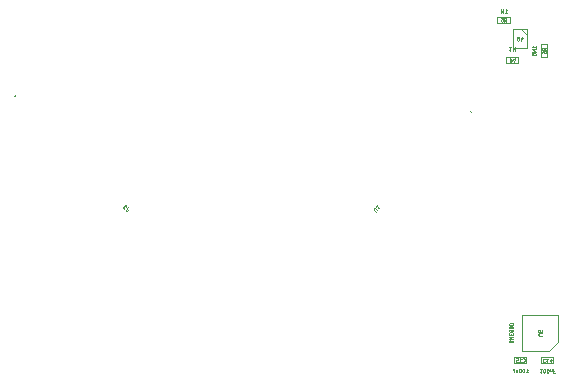
<source format=gbr>
%TF.GenerationSoftware,KiCad,Pcbnew,8.0.2-1*%
%TF.CreationDate,2025-01-23T13:43:47+09:00*%
%TF.ProjectId,gas_nrf52832,6761735f-6e72-4663-9532-3833322e6b69,rev?*%
%TF.SameCoordinates,Original*%
%TF.FileFunction,AssemblyDrawing,Bot*%
%FSLAX46Y46*%
G04 Gerber Fmt 4.6, Leading zero omitted, Abs format (unit mm)*
G04 Created by KiCad (PCBNEW 8.0.2-1) date 2025-01-23 13:43:47*
%MOMM*%
%LPD*%
G01*
G04 APERTURE LIST*
%ADD10C,0.060000*%
%ADD11C,0.100000*%
G04 APERTURE END LIST*
D10*
X152029713Y-104555665D02*
X152201142Y-104555665D01*
X152115427Y-104555665D02*
X152115427Y-104255665D01*
X152115427Y-104255665D02*
X152143999Y-104298522D01*
X152143999Y-104298522D02*
X152172570Y-104327094D01*
X152172570Y-104327094D02*
X152201142Y-104341380D01*
X151901142Y-104555665D02*
X151901142Y-104255665D01*
X151901142Y-104255665D02*
X151801142Y-104469951D01*
X151801142Y-104469951D02*
X151701142Y-104255665D01*
X151701142Y-104255665D02*
X151701142Y-104555665D01*
X151993999Y-105290665D02*
X152093999Y-105147808D01*
X152165428Y-105290665D02*
X152165428Y-104990665D01*
X152165428Y-104990665D02*
X152051142Y-104990665D01*
X152051142Y-104990665D02*
X152022571Y-105004951D01*
X152022571Y-105004951D02*
X152008285Y-105019237D01*
X152008285Y-105019237D02*
X151993999Y-105047808D01*
X151993999Y-105047808D02*
X151993999Y-105090665D01*
X151993999Y-105090665D02*
X152008285Y-105119237D01*
X152008285Y-105119237D02*
X152022571Y-105133522D01*
X152022571Y-105133522D02*
X152051142Y-105147808D01*
X152051142Y-105147808D02*
X152165428Y-105147808D01*
X151722571Y-104990665D02*
X151865428Y-104990665D01*
X151865428Y-104990665D02*
X151879714Y-105133522D01*
X151879714Y-105133522D02*
X151865428Y-105119237D01*
X151865428Y-105119237D02*
X151836857Y-105104951D01*
X151836857Y-105104951D02*
X151765428Y-105104951D01*
X151765428Y-105104951D02*
X151736857Y-105119237D01*
X151736857Y-105119237D02*
X151722571Y-105133522D01*
X151722571Y-105133522D02*
X151708285Y-105162094D01*
X151708285Y-105162094D02*
X151708285Y-105233522D01*
X151708285Y-105233522D02*
X151722571Y-105262094D01*
X151722571Y-105262094D02*
X151736857Y-105276380D01*
X151736857Y-105276380D02*
X151765428Y-105290665D01*
X151765428Y-105290665D02*
X151836857Y-105290665D01*
X151836857Y-105290665D02*
X151865428Y-105276380D01*
X151865428Y-105276380D02*
X151879714Y-105262094D01*
X153271428Y-106565762D02*
X153242857Y-106580048D01*
X153242857Y-106580048D02*
X153214285Y-106608620D01*
X153214285Y-106608620D02*
X153171428Y-106651477D01*
X153171428Y-106651477D02*
X153142857Y-106665762D01*
X153142857Y-106665762D02*
X153114285Y-106665762D01*
X153128571Y-106594334D02*
X153100000Y-106608620D01*
X153100000Y-106608620D02*
X153071428Y-106637191D01*
X153071428Y-106637191D02*
X153057142Y-106694334D01*
X153057142Y-106694334D02*
X153057142Y-106794334D01*
X153057142Y-106794334D02*
X153071428Y-106851477D01*
X153071428Y-106851477D02*
X153100000Y-106880048D01*
X153100000Y-106880048D02*
X153128571Y-106894334D01*
X153128571Y-106894334D02*
X153185714Y-106894334D01*
X153185714Y-106894334D02*
X153214285Y-106880048D01*
X153214285Y-106880048D02*
X153242857Y-106851477D01*
X153242857Y-106851477D02*
X153257142Y-106794334D01*
X153257142Y-106794334D02*
X153257142Y-106694334D01*
X153257142Y-106694334D02*
X153242857Y-106637191D01*
X153242857Y-106637191D02*
X153214285Y-106608620D01*
X153214285Y-106608620D02*
X153185714Y-106594334D01*
X153185714Y-106594334D02*
X153128571Y-106594334D01*
X153514286Y-106794334D02*
X153514286Y-106594334D01*
X153442857Y-106908620D02*
X153371428Y-106694334D01*
X153371428Y-106694334D02*
X153557143Y-106694334D01*
X152578977Y-132354285D02*
X152564691Y-132311428D01*
X152564691Y-132311428D02*
X152550405Y-132297142D01*
X152550405Y-132297142D02*
X152521834Y-132282856D01*
X152521834Y-132282856D02*
X152478977Y-132282856D01*
X152478977Y-132282856D02*
X152450405Y-132297142D01*
X152450405Y-132297142D02*
X152436120Y-132311428D01*
X152436120Y-132311428D02*
X152421834Y-132339999D01*
X152421834Y-132339999D02*
X152421834Y-132454285D01*
X152421834Y-132454285D02*
X152721834Y-132454285D01*
X152721834Y-132454285D02*
X152721834Y-132354285D01*
X152721834Y-132354285D02*
X152707548Y-132325714D01*
X152707548Y-132325714D02*
X152693262Y-132311428D01*
X152693262Y-132311428D02*
X152664691Y-132297142D01*
X152664691Y-132297142D02*
X152636120Y-132297142D01*
X152636120Y-132297142D02*
X152607548Y-132311428D01*
X152607548Y-132311428D02*
X152593262Y-132325714D01*
X152593262Y-132325714D02*
X152578977Y-132354285D01*
X152578977Y-132354285D02*
X152578977Y-132454285D01*
X152421834Y-132154285D02*
X152721834Y-132154285D01*
X152721834Y-132154285D02*
X152507548Y-132054285D01*
X152507548Y-132054285D02*
X152721834Y-131954285D01*
X152721834Y-131954285D02*
X152421834Y-131954285D01*
X152578977Y-131811428D02*
X152578977Y-131711428D01*
X152421834Y-131668571D02*
X152421834Y-131811428D01*
X152421834Y-131811428D02*
X152721834Y-131811428D01*
X152721834Y-131811428D02*
X152721834Y-131668571D01*
X152721834Y-131411428D02*
X152721834Y-131468570D01*
X152721834Y-131468570D02*
X152707548Y-131497142D01*
X152707548Y-131497142D02*
X152693262Y-131511428D01*
X152693262Y-131511428D02*
X152650405Y-131539999D01*
X152650405Y-131539999D02*
X152593262Y-131554285D01*
X152593262Y-131554285D02*
X152478977Y-131554285D01*
X152478977Y-131554285D02*
X152450405Y-131539999D01*
X152450405Y-131539999D02*
X152436120Y-131525713D01*
X152436120Y-131525713D02*
X152421834Y-131497142D01*
X152421834Y-131497142D02*
X152421834Y-131439999D01*
X152421834Y-131439999D02*
X152436120Y-131411428D01*
X152436120Y-131411428D02*
X152450405Y-131397142D01*
X152450405Y-131397142D02*
X152478977Y-131382856D01*
X152478977Y-131382856D02*
X152550405Y-131382856D01*
X152550405Y-131382856D02*
X152578977Y-131397142D01*
X152578977Y-131397142D02*
X152593262Y-131411428D01*
X152593262Y-131411428D02*
X152607548Y-131439999D01*
X152607548Y-131439999D02*
X152607548Y-131497142D01*
X152607548Y-131497142D02*
X152593262Y-131525713D01*
X152593262Y-131525713D02*
X152578977Y-131539999D01*
X152578977Y-131539999D02*
X152550405Y-131554285D01*
X152593262Y-131211428D02*
X152607548Y-131239999D01*
X152607548Y-131239999D02*
X152621834Y-131254285D01*
X152621834Y-131254285D02*
X152650405Y-131268571D01*
X152650405Y-131268571D02*
X152664691Y-131268571D01*
X152664691Y-131268571D02*
X152693262Y-131254285D01*
X152693262Y-131254285D02*
X152707548Y-131239999D01*
X152707548Y-131239999D02*
X152721834Y-131211428D01*
X152721834Y-131211428D02*
X152721834Y-131154285D01*
X152721834Y-131154285D02*
X152707548Y-131125714D01*
X152707548Y-131125714D02*
X152693262Y-131111428D01*
X152693262Y-131111428D02*
X152664691Y-131097142D01*
X152664691Y-131097142D02*
X152650405Y-131097142D01*
X152650405Y-131097142D02*
X152621834Y-131111428D01*
X152621834Y-131111428D02*
X152607548Y-131125714D01*
X152607548Y-131125714D02*
X152593262Y-131154285D01*
X152593262Y-131154285D02*
X152593262Y-131211428D01*
X152593262Y-131211428D02*
X152578977Y-131239999D01*
X152578977Y-131239999D02*
X152564691Y-131254285D01*
X152564691Y-131254285D02*
X152536120Y-131268571D01*
X152536120Y-131268571D02*
X152478977Y-131268571D01*
X152478977Y-131268571D02*
X152450405Y-131254285D01*
X152450405Y-131254285D02*
X152436120Y-131239999D01*
X152436120Y-131239999D02*
X152421834Y-131211428D01*
X152421834Y-131211428D02*
X152421834Y-131154285D01*
X152421834Y-131154285D02*
X152436120Y-131125714D01*
X152436120Y-131125714D02*
X152450405Y-131111428D01*
X152450405Y-131111428D02*
X152478977Y-131097142D01*
X152478977Y-131097142D02*
X152536120Y-131097142D01*
X152536120Y-131097142D02*
X152564691Y-131111428D01*
X152564691Y-131111428D02*
X152578977Y-131125714D01*
X152578977Y-131125714D02*
X152593262Y-131154285D01*
X152721834Y-130911428D02*
X152721834Y-130882857D01*
X152721834Y-130882857D02*
X152707548Y-130854285D01*
X152707548Y-130854285D02*
X152693262Y-130840000D01*
X152693262Y-130840000D02*
X152664691Y-130825714D01*
X152664691Y-130825714D02*
X152607548Y-130811428D01*
X152607548Y-130811428D02*
X152536120Y-130811428D01*
X152536120Y-130811428D02*
X152478977Y-130825714D01*
X152478977Y-130825714D02*
X152450405Y-130840000D01*
X152450405Y-130840000D02*
X152436120Y-130854285D01*
X152436120Y-130854285D02*
X152421834Y-130882857D01*
X152421834Y-130882857D02*
X152421834Y-130911428D01*
X152421834Y-130911428D02*
X152436120Y-130940000D01*
X152436120Y-130940000D02*
X152450405Y-130954285D01*
X152450405Y-130954285D02*
X152478977Y-130968571D01*
X152478977Y-130968571D02*
X152536120Y-130982857D01*
X152536120Y-130982857D02*
X152607548Y-130982857D01*
X152607548Y-130982857D02*
X152664691Y-130968571D01*
X152664691Y-130968571D02*
X152693262Y-130954285D01*
X152693262Y-130954285D02*
X152707548Y-130940000D01*
X152707548Y-130940000D02*
X152721834Y-130911428D01*
X155171834Y-131868571D02*
X154928977Y-131868571D01*
X154928977Y-131868571D02*
X154900405Y-131854285D01*
X154900405Y-131854285D02*
X154886120Y-131840000D01*
X154886120Y-131840000D02*
X154871834Y-131811428D01*
X154871834Y-131811428D02*
X154871834Y-131754285D01*
X154871834Y-131754285D02*
X154886120Y-131725714D01*
X154886120Y-131725714D02*
X154900405Y-131711428D01*
X154900405Y-131711428D02*
X154928977Y-131697142D01*
X154928977Y-131697142D02*
X155171834Y-131697142D01*
X155171834Y-131411428D02*
X155171834Y-131554285D01*
X155171834Y-131554285D02*
X155028977Y-131568571D01*
X155028977Y-131568571D02*
X155043262Y-131554285D01*
X155043262Y-131554285D02*
X155057548Y-131525714D01*
X155057548Y-131525714D02*
X155057548Y-131454285D01*
X155057548Y-131454285D02*
X155043262Y-131425714D01*
X155043262Y-131425714D02*
X155028977Y-131411428D01*
X155028977Y-131411428D02*
X155000405Y-131397142D01*
X155000405Y-131397142D02*
X154928977Y-131397142D01*
X154928977Y-131397142D02*
X154900405Y-131411428D01*
X154900405Y-131411428D02*
X154886120Y-131425714D01*
X154886120Y-131425714D02*
X154871834Y-131454285D01*
X154871834Y-131454285D02*
X154871834Y-131525714D01*
X154871834Y-131525714D02*
X154886120Y-131554285D01*
X154886120Y-131554285D02*
X154900405Y-131568571D01*
X152574286Y-107444334D02*
X152402857Y-107444334D01*
X152488572Y-107444334D02*
X152488572Y-107744334D01*
X152488572Y-107744334D02*
X152460000Y-107701477D01*
X152460000Y-107701477D02*
X152431429Y-107672905D01*
X152431429Y-107672905D02*
X152402857Y-107658620D01*
X152702857Y-107444334D02*
X152702857Y-107744334D01*
X152702857Y-107744334D02*
X152802857Y-107530048D01*
X152802857Y-107530048D02*
X152902857Y-107744334D01*
X152902857Y-107744334D02*
X152902857Y-107444334D01*
X152610000Y-108384334D02*
X152510000Y-108527191D01*
X152438571Y-108384334D02*
X152438571Y-108684334D01*
X152438571Y-108684334D02*
X152552857Y-108684334D01*
X152552857Y-108684334D02*
X152581428Y-108670048D01*
X152581428Y-108670048D02*
X152595714Y-108655762D01*
X152595714Y-108655762D02*
X152610000Y-108627191D01*
X152610000Y-108627191D02*
X152610000Y-108584334D01*
X152610000Y-108584334D02*
X152595714Y-108555762D01*
X152595714Y-108555762D02*
X152581428Y-108541477D01*
X152581428Y-108541477D02*
X152552857Y-108527191D01*
X152552857Y-108527191D02*
X152438571Y-108527191D01*
X152867143Y-108584334D02*
X152867143Y-108384334D01*
X152795714Y-108698620D02*
X152724285Y-108484334D01*
X152724285Y-108484334D02*
X152910000Y-108484334D01*
X110483084Y-111594201D02*
X110503287Y-111594201D01*
X110503287Y-111594201D02*
X110533592Y-111584100D01*
X110533592Y-111584100D02*
X110553795Y-111523490D01*
X110553795Y-111523490D02*
X110584099Y-111513389D01*
X110584099Y-111513389D02*
X110604302Y-111513389D01*
X120242471Y-121151488D02*
X120070745Y-121323214D01*
X120070745Y-121323214D02*
X120040440Y-121333315D01*
X120040440Y-121333315D02*
X120020237Y-121333315D01*
X120020237Y-121333315D02*
X119989933Y-121323214D01*
X119989933Y-121323214D02*
X119949527Y-121282808D01*
X119949527Y-121282808D02*
X119939425Y-121252503D01*
X119939425Y-121252503D02*
X119939425Y-121232300D01*
X119939425Y-121232300D02*
X119949527Y-121201996D01*
X119949527Y-121201996D02*
X120121252Y-121030270D01*
X120010136Y-120959559D02*
X120010136Y-120939356D01*
X120010136Y-120939356D02*
X120000034Y-120909051D01*
X120000034Y-120909051D02*
X119949526Y-120858544D01*
X119949526Y-120858544D02*
X119919222Y-120848442D01*
X119919222Y-120848442D02*
X119899019Y-120848442D01*
X119899019Y-120848442D02*
X119868714Y-120858544D01*
X119868714Y-120858544D02*
X119848511Y-120878747D01*
X119848511Y-120878747D02*
X119828308Y-120919153D01*
X119828308Y-120919153D02*
X119828308Y-121161589D01*
X119828308Y-121161589D02*
X119696988Y-121030270D01*
X155175714Y-134704334D02*
X155004285Y-134704334D01*
X155090000Y-134704334D02*
X155090000Y-135004334D01*
X155090000Y-135004334D02*
X155061428Y-134961477D01*
X155061428Y-134961477D02*
X155032857Y-134932905D01*
X155032857Y-134932905D02*
X155004285Y-134918620D01*
X155361428Y-135004334D02*
X155389999Y-135004334D01*
X155389999Y-135004334D02*
X155418571Y-134990048D01*
X155418571Y-134990048D02*
X155432857Y-134975762D01*
X155432857Y-134975762D02*
X155447142Y-134947191D01*
X155447142Y-134947191D02*
X155461428Y-134890048D01*
X155461428Y-134890048D02*
X155461428Y-134818620D01*
X155461428Y-134818620D02*
X155447142Y-134761477D01*
X155447142Y-134761477D02*
X155432857Y-134732905D01*
X155432857Y-134732905D02*
X155418571Y-134718620D01*
X155418571Y-134718620D02*
X155389999Y-134704334D01*
X155389999Y-134704334D02*
X155361428Y-134704334D01*
X155361428Y-134704334D02*
X155332857Y-134718620D01*
X155332857Y-134718620D02*
X155318571Y-134732905D01*
X155318571Y-134732905D02*
X155304285Y-134761477D01*
X155304285Y-134761477D02*
X155289999Y-134818620D01*
X155289999Y-134818620D02*
X155289999Y-134890048D01*
X155289999Y-134890048D02*
X155304285Y-134947191D01*
X155304285Y-134947191D02*
X155318571Y-134975762D01*
X155318571Y-134975762D02*
X155332857Y-134990048D01*
X155332857Y-134990048D02*
X155361428Y-135004334D01*
X155647142Y-135004334D02*
X155675713Y-135004334D01*
X155675713Y-135004334D02*
X155704285Y-134990048D01*
X155704285Y-134990048D02*
X155718571Y-134975762D01*
X155718571Y-134975762D02*
X155732856Y-134947191D01*
X155732856Y-134947191D02*
X155747142Y-134890048D01*
X155747142Y-134890048D02*
X155747142Y-134818620D01*
X155747142Y-134818620D02*
X155732856Y-134761477D01*
X155732856Y-134761477D02*
X155718571Y-134732905D01*
X155718571Y-134732905D02*
X155704285Y-134718620D01*
X155704285Y-134718620D02*
X155675713Y-134704334D01*
X155675713Y-134704334D02*
X155647142Y-134704334D01*
X155647142Y-134704334D02*
X155618571Y-134718620D01*
X155618571Y-134718620D02*
X155604285Y-134732905D01*
X155604285Y-134732905D02*
X155589999Y-134761477D01*
X155589999Y-134761477D02*
X155575713Y-134818620D01*
X155575713Y-134818620D02*
X155575713Y-134890048D01*
X155575713Y-134890048D02*
X155589999Y-134947191D01*
X155589999Y-134947191D02*
X155604285Y-134975762D01*
X155604285Y-134975762D02*
X155618571Y-134990048D01*
X155618571Y-134990048D02*
X155647142Y-135004334D01*
X155875713Y-134904334D02*
X155875713Y-134704334D01*
X155875713Y-134875762D02*
X155889999Y-134890048D01*
X155889999Y-134890048D02*
X155918570Y-134904334D01*
X155918570Y-134904334D02*
X155961427Y-134904334D01*
X155961427Y-134904334D02*
X155989999Y-134890048D01*
X155989999Y-134890048D02*
X156004285Y-134861477D01*
X156004285Y-134861477D02*
X156004285Y-134704334D01*
X156247142Y-134861477D02*
X156147142Y-134861477D01*
X156147142Y-134704334D02*
X156147142Y-135004334D01*
X156147142Y-135004334D02*
X156289999Y-135004334D01*
X155447143Y-133857905D02*
X155432857Y-133843620D01*
X155432857Y-133843620D02*
X155390000Y-133829334D01*
X155390000Y-133829334D02*
X155361428Y-133829334D01*
X155361428Y-133829334D02*
X155318571Y-133843620D01*
X155318571Y-133843620D02*
X155290000Y-133872191D01*
X155290000Y-133872191D02*
X155275714Y-133900762D01*
X155275714Y-133900762D02*
X155261428Y-133957905D01*
X155261428Y-133957905D02*
X155261428Y-134000762D01*
X155261428Y-134000762D02*
X155275714Y-134057905D01*
X155275714Y-134057905D02*
X155290000Y-134086477D01*
X155290000Y-134086477D02*
X155318571Y-134115048D01*
X155318571Y-134115048D02*
X155361428Y-134129334D01*
X155361428Y-134129334D02*
X155390000Y-134129334D01*
X155390000Y-134129334D02*
X155432857Y-134115048D01*
X155432857Y-134115048D02*
X155447143Y-134100762D01*
X155732857Y-133829334D02*
X155561428Y-133829334D01*
X155647143Y-133829334D02*
X155647143Y-134129334D01*
X155647143Y-134129334D02*
X155618571Y-134086477D01*
X155618571Y-134086477D02*
X155590000Y-134057905D01*
X155590000Y-134057905D02*
X155561428Y-134043620D01*
X155990000Y-134029334D02*
X155990000Y-133829334D01*
X155918571Y-134143620D02*
X155847142Y-133929334D01*
X155847142Y-133929334D02*
X156032857Y-133929334D01*
X154650665Y-107511429D02*
X154650665Y-107340000D01*
X154650665Y-107425715D02*
X154350665Y-107425715D01*
X154350665Y-107425715D02*
X154393522Y-107397143D01*
X154393522Y-107397143D02*
X154422094Y-107368572D01*
X154422094Y-107368572D02*
X154436380Y-107340000D01*
X154650665Y-107640000D02*
X154350665Y-107640000D01*
X154350665Y-107640000D02*
X154564951Y-107740000D01*
X154564951Y-107740000D02*
X154350665Y-107840000D01*
X154350665Y-107840000D02*
X154650665Y-107840000D01*
X154350665Y-108125714D02*
X154350665Y-107982857D01*
X154350665Y-107982857D02*
X154493522Y-107968571D01*
X154493522Y-107968571D02*
X154479237Y-107982857D01*
X154479237Y-107982857D02*
X154464951Y-108011429D01*
X154464951Y-108011429D02*
X154464951Y-108082857D01*
X154464951Y-108082857D02*
X154479237Y-108111429D01*
X154479237Y-108111429D02*
X154493522Y-108125714D01*
X154493522Y-108125714D02*
X154522094Y-108140000D01*
X154522094Y-108140000D02*
X154593522Y-108140000D01*
X154593522Y-108140000D02*
X154622094Y-108125714D01*
X154622094Y-108125714D02*
X154636380Y-108111429D01*
X154636380Y-108111429D02*
X154650665Y-108082857D01*
X154650665Y-108082857D02*
X154650665Y-108011429D01*
X154650665Y-108011429D02*
X154636380Y-107982857D01*
X154636380Y-107982857D02*
X154622094Y-107968571D01*
X155515665Y-107690000D02*
X155372808Y-107590000D01*
X155515665Y-107518571D02*
X155215665Y-107518571D01*
X155215665Y-107518571D02*
X155215665Y-107632857D01*
X155215665Y-107632857D02*
X155229951Y-107661428D01*
X155229951Y-107661428D02*
X155244237Y-107675714D01*
X155244237Y-107675714D02*
X155272808Y-107690000D01*
X155272808Y-107690000D02*
X155315665Y-107690000D01*
X155315665Y-107690000D02*
X155344237Y-107675714D01*
X155344237Y-107675714D02*
X155358522Y-107661428D01*
X155358522Y-107661428D02*
X155372808Y-107632857D01*
X155372808Y-107632857D02*
X155372808Y-107518571D01*
X155215665Y-107947143D02*
X155215665Y-107890000D01*
X155215665Y-107890000D02*
X155229951Y-107861428D01*
X155229951Y-107861428D02*
X155244237Y-107847143D01*
X155244237Y-107847143D02*
X155287094Y-107818571D01*
X155287094Y-107818571D02*
X155344237Y-107804285D01*
X155344237Y-107804285D02*
X155458522Y-107804285D01*
X155458522Y-107804285D02*
X155487094Y-107818571D01*
X155487094Y-107818571D02*
X155501380Y-107832857D01*
X155501380Y-107832857D02*
X155515665Y-107861428D01*
X155515665Y-107861428D02*
X155515665Y-107918571D01*
X155515665Y-107918571D02*
X155501380Y-107947143D01*
X155501380Y-107947143D02*
X155487094Y-107961428D01*
X155487094Y-107961428D02*
X155458522Y-107975714D01*
X155458522Y-107975714D02*
X155387094Y-107975714D01*
X155387094Y-107975714D02*
X155358522Y-107961428D01*
X155358522Y-107961428D02*
X155344237Y-107947143D01*
X155344237Y-107947143D02*
X155329951Y-107918571D01*
X155329951Y-107918571D02*
X155329951Y-107861428D01*
X155329951Y-107861428D02*
X155344237Y-107832857D01*
X155344237Y-107832857D02*
X155358522Y-107818571D01*
X155358522Y-107818571D02*
X155387094Y-107804285D01*
X153814285Y-134975665D02*
X153985714Y-134975665D01*
X153899999Y-134975665D02*
X153899999Y-134675665D01*
X153899999Y-134675665D02*
X153928571Y-134718522D01*
X153928571Y-134718522D02*
X153957142Y-134747094D01*
X153957142Y-134747094D02*
X153985714Y-134761380D01*
X153628571Y-134675665D02*
X153600000Y-134675665D01*
X153600000Y-134675665D02*
X153571428Y-134689951D01*
X153571428Y-134689951D02*
X153557143Y-134704237D01*
X153557143Y-134704237D02*
X153542857Y-134732808D01*
X153542857Y-134732808D02*
X153528571Y-134789951D01*
X153528571Y-134789951D02*
X153528571Y-134861380D01*
X153528571Y-134861380D02*
X153542857Y-134918522D01*
X153542857Y-134918522D02*
X153557143Y-134947094D01*
X153557143Y-134947094D02*
X153571428Y-134961380D01*
X153571428Y-134961380D02*
X153600000Y-134975665D01*
X153600000Y-134975665D02*
X153628571Y-134975665D01*
X153628571Y-134975665D02*
X153657143Y-134961380D01*
X153657143Y-134961380D02*
X153671428Y-134947094D01*
X153671428Y-134947094D02*
X153685714Y-134918522D01*
X153685714Y-134918522D02*
X153700000Y-134861380D01*
X153700000Y-134861380D02*
X153700000Y-134789951D01*
X153700000Y-134789951D02*
X153685714Y-134732808D01*
X153685714Y-134732808D02*
X153671428Y-134704237D01*
X153671428Y-134704237D02*
X153657143Y-134689951D01*
X153657143Y-134689951D02*
X153628571Y-134675665D01*
X153342857Y-134675665D02*
X153314286Y-134675665D01*
X153314286Y-134675665D02*
X153285714Y-134689951D01*
X153285714Y-134689951D02*
X153271429Y-134704237D01*
X153271429Y-134704237D02*
X153257143Y-134732808D01*
X153257143Y-134732808D02*
X153242857Y-134789951D01*
X153242857Y-134789951D02*
X153242857Y-134861380D01*
X153242857Y-134861380D02*
X153257143Y-134918522D01*
X153257143Y-134918522D02*
X153271429Y-134947094D01*
X153271429Y-134947094D02*
X153285714Y-134961380D01*
X153285714Y-134961380D02*
X153314286Y-134975665D01*
X153314286Y-134975665D02*
X153342857Y-134975665D01*
X153342857Y-134975665D02*
X153371429Y-134961380D01*
X153371429Y-134961380D02*
X153385714Y-134947094D01*
X153385714Y-134947094D02*
X153400000Y-134918522D01*
X153400000Y-134918522D02*
X153414286Y-134861380D01*
X153414286Y-134861380D02*
X153414286Y-134789951D01*
X153414286Y-134789951D02*
X153400000Y-134732808D01*
X153400000Y-134732808D02*
X153385714Y-134704237D01*
X153385714Y-134704237D02*
X153371429Y-134689951D01*
X153371429Y-134689951D02*
X153342857Y-134675665D01*
X153114286Y-134775665D02*
X153114286Y-134975665D01*
X153114286Y-134804237D02*
X153100000Y-134789951D01*
X153100000Y-134789951D02*
X153071429Y-134775665D01*
X153071429Y-134775665D02*
X153028572Y-134775665D01*
X153028572Y-134775665D02*
X153000000Y-134789951D01*
X153000000Y-134789951D02*
X152985715Y-134818522D01*
X152985715Y-134818522D02*
X152985715Y-134975665D01*
X152742857Y-134818522D02*
X152842857Y-134818522D01*
X152842857Y-134975665D02*
X152842857Y-134675665D01*
X152842857Y-134675665D02*
X152700000Y-134675665D01*
X153537856Y-134072094D02*
X153552142Y-134086380D01*
X153552142Y-134086380D02*
X153594999Y-134100665D01*
X153594999Y-134100665D02*
X153623571Y-134100665D01*
X153623571Y-134100665D02*
X153666428Y-134086380D01*
X153666428Y-134086380D02*
X153694999Y-134057808D01*
X153694999Y-134057808D02*
X153709285Y-134029237D01*
X153709285Y-134029237D02*
X153723571Y-133972094D01*
X153723571Y-133972094D02*
X153723571Y-133929237D01*
X153723571Y-133929237D02*
X153709285Y-133872094D01*
X153709285Y-133872094D02*
X153694999Y-133843522D01*
X153694999Y-133843522D02*
X153666428Y-133814951D01*
X153666428Y-133814951D02*
X153623571Y-133800665D01*
X153623571Y-133800665D02*
X153594999Y-133800665D01*
X153594999Y-133800665D02*
X153552142Y-133814951D01*
X153552142Y-133814951D02*
X153537856Y-133829237D01*
X153252142Y-134100665D02*
X153423571Y-134100665D01*
X153337856Y-134100665D02*
X153337856Y-133800665D01*
X153337856Y-133800665D02*
X153366428Y-133843522D01*
X153366428Y-133843522D02*
X153394999Y-133872094D01*
X153394999Y-133872094D02*
X153423571Y-133886380D01*
X152980714Y-133800665D02*
X153123571Y-133800665D01*
X153123571Y-133800665D02*
X153137857Y-133943522D01*
X153137857Y-133943522D02*
X153123571Y-133929237D01*
X153123571Y-133929237D02*
X153095000Y-133914951D01*
X153095000Y-133914951D02*
X153023571Y-133914951D01*
X153023571Y-133914951D02*
X152995000Y-133929237D01*
X152995000Y-133929237D02*
X152980714Y-133943522D01*
X152980714Y-133943522D02*
X152966428Y-133972094D01*
X152966428Y-133972094D02*
X152966428Y-134043522D01*
X152966428Y-134043522D02*
X152980714Y-134072094D01*
X152980714Y-134072094D02*
X152995000Y-134086380D01*
X152995000Y-134086380D02*
X153023571Y-134100665D01*
X153023571Y-134100665D02*
X153095000Y-134100665D01*
X153095000Y-134100665D02*
X153123571Y-134086380D01*
X153123571Y-134086380D02*
X153137857Y-134072094D01*
X149058760Y-112830122D02*
X149058760Y-112850325D01*
X149058760Y-112850325D02*
X149068861Y-112880630D01*
X149068861Y-112880630D02*
X149129471Y-112900833D01*
X149129471Y-112900833D02*
X149139572Y-112931137D01*
X149139572Y-112931137D02*
X149139572Y-112951340D01*
X141131354Y-121383893D02*
X140959628Y-121212167D01*
X140959628Y-121212167D02*
X140949527Y-121181862D01*
X140949527Y-121181862D02*
X140949527Y-121161659D01*
X140949527Y-121161659D02*
X140959628Y-121131355D01*
X140959628Y-121131355D02*
X141000034Y-121090949D01*
X141000034Y-121090949D02*
X141030339Y-121080847D01*
X141030339Y-121080847D02*
X141050542Y-121080847D01*
X141050542Y-121080847D02*
X141080846Y-121090949D01*
X141080846Y-121090949D02*
X141252572Y-121262674D01*
X141252572Y-120838410D02*
X141131354Y-120959629D01*
X141191963Y-120899019D02*
X141404095Y-121111151D01*
X141404095Y-121111151D02*
X141353588Y-121101050D01*
X141353588Y-121101050D02*
X141313182Y-121101050D01*
X141313182Y-121101050D02*
X141282877Y-121111151D01*
D11*
X151419000Y-104885000D02*
X152469000Y-104885000D01*
X151419000Y-105425000D02*
X151419000Y-104885000D01*
X152469000Y-104885000D02*
X152469000Y-105425000D01*
X152469000Y-105425000D02*
X151419000Y-105425000D01*
X152712000Y-105930000D02*
X153888000Y-105930000D01*
X152712000Y-107530000D02*
X152712000Y-105930000D01*
X153388000Y-105930000D02*
X153888000Y-106430000D01*
X153888000Y-105930000D02*
X153888000Y-107530000D01*
X153888000Y-107530000D02*
X152712000Y-107530000D01*
X153507500Y-130140000D02*
X156507500Y-130140000D01*
X153507500Y-133140000D02*
X153507500Y-130140000D01*
X155757500Y-133140000D02*
X153507500Y-133140000D01*
X156507500Y-130140000D02*
X156507500Y-132390000D01*
X156507500Y-132390000D02*
X155757500Y-133140000D01*
X152135000Y-108250000D02*
X153185000Y-108250000D01*
X152135000Y-108790000D02*
X152135000Y-108250000D01*
X153185000Y-108250000D02*
X153185000Y-108790000D01*
X153185000Y-108790000D02*
X152135000Y-108790000D01*
X155140000Y-133715000D02*
X156140000Y-133715000D01*
X155140000Y-134215000D02*
X155140000Y-133715000D01*
X156140000Y-133715000D02*
X156140000Y-134215000D01*
X156140000Y-134215000D02*
X155140000Y-134215000D01*
X155110000Y-107215000D02*
X155650000Y-107215000D01*
X155110000Y-108265000D02*
X155110000Y-107215000D01*
X155650000Y-107215000D02*
X155650000Y-108265000D01*
X155650000Y-108265000D02*
X155110000Y-108265000D01*
X152845000Y-133715000D02*
X153845000Y-133715000D01*
X152845000Y-134215000D02*
X152845000Y-133715000D01*
X153845000Y-133715000D02*
X153845000Y-134215000D01*
X153845000Y-134215000D02*
X152845000Y-134215000D01*
M02*

</source>
